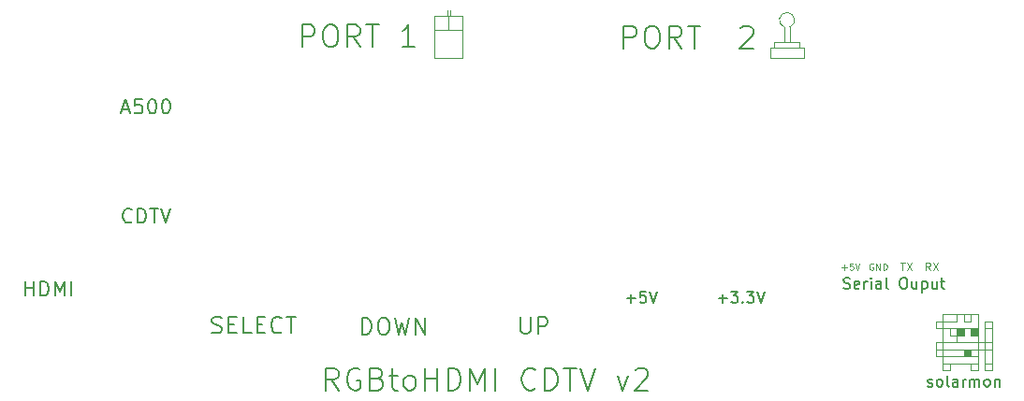
<source format=gbr>
%TF.GenerationSoftware,KiCad,Pcbnew,(5.1.12)-1*%
%TF.CreationDate,2022-03-08T20:54:57+00:00*%
%TF.ProjectId,RGBtoHDMI CDTV v2 - Face Plate,52474274-6f48-4444-9d49-204344545620,1*%
%TF.SameCoordinates,Original*%
%TF.FileFunction,Legend,Top*%
%TF.FilePolarity,Positive*%
%FSLAX46Y46*%
G04 Gerber Fmt 4.6, Leading zero omitted, Abs format (unit mm)*
G04 Created by KiCad (PCBNEW (5.1.12)-1) date 2022-03-08 20:54:57*
%MOMM*%
%LPD*%
G01*
G04 APERTURE LIST*
%ADD10C,0.200000*%
%ADD11C,0.120000*%
%ADD12C,0.100000*%
%ADD13C,0.150000*%
G04 APERTURE END LIST*
D10*
X86923833Y-72530466D02*
X87542880Y-72530466D01*
X86800023Y-72901895D02*
X87233357Y-71601895D01*
X87666690Y-72901895D01*
X88719071Y-71601895D02*
X88100023Y-71601895D01*
X88038119Y-72220942D01*
X88100023Y-72159038D01*
X88223833Y-72097133D01*
X88533357Y-72097133D01*
X88657166Y-72159038D01*
X88719071Y-72220942D01*
X88780976Y-72344752D01*
X88780976Y-72654276D01*
X88719071Y-72778085D01*
X88657166Y-72839990D01*
X88533357Y-72901895D01*
X88223833Y-72901895D01*
X88100023Y-72839990D01*
X88038119Y-72778085D01*
X89585738Y-71601895D02*
X89709547Y-71601895D01*
X89833357Y-71663800D01*
X89895261Y-71725704D01*
X89957166Y-71849514D01*
X90019071Y-72097133D01*
X90019071Y-72406657D01*
X89957166Y-72654276D01*
X89895261Y-72778085D01*
X89833357Y-72839990D01*
X89709547Y-72901895D01*
X89585738Y-72901895D01*
X89461928Y-72839990D01*
X89400023Y-72778085D01*
X89338119Y-72654276D01*
X89276214Y-72406657D01*
X89276214Y-72097133D01*
X89338119Y-71849514D01*
X89400023Y-71725704D01*
X89461928Y-71663800D01*
X89585738Y-71601895D01*
X90823833Y-71601895D02*
X90947642Y-71601895D01*
X91071452Y-71663800D01*
X91133357Y-71725704D01*
X91195261Y-71849514D01*
X91257166Y-72097133D01*
X91257166Y-72406657D01*
X91195261Y-72654276D01*
X91133357Y-72778085D01*
X91071452Y-72839990D01*
X90947642Y-72901895D01*
X90823833Y-72901895D01*
X90700023Y-72839990D01*
X90638119Y-72778085D01*
X90576214Y-72654276D01*
X90514309Y-72406657D01*
X90514309Y-72097133D01*
X90576214Y-71849514D01*
X90638119Y-71725704D01*
X90700023Y-71663800D01*
X90823833Y-71601895D01*
X87790500Y-82684085D02*
X87728595Y-82745990D01*
X87542880Y-82807895D01*
X87419071Y-82807895D01*
X87233357Y-82745990D01*
X87109547Y-82622180D01*
X87047642Y-82498371D01*
X86985738Y-82250752D01*
X86985738Y-82065038D01*
X87047642Y-81817419D01*
X87109547Y-81693609D01*
X87233357Y-81569800D01*
X87419071Y-81507895D01*
X87542880Y-81507895D01*
X87728595Y-81569800D01*
X87790500Y-81631704D01*
X88347642Y-82807895D02*
X88347642Y-81507895D01*
X88657166Y-81507895D01*
X88842880Y-81569800D01*
X88966690Y-81693609D01*
X89028595Y-81817419D01*
X89090500Y-82065038D01*
X89090500Y-82250752D01*
X89028595Y-82498371D01*
X88966690Y-82622180D01*
X88842880Y-82745990D01*
X88657166Y-82807895D01*
X88347642Y-82807895D01*
X89461928Y-81507895D02*
X90204785Y-81507895D01*
X89833357Y-82807895D02*
X89833357Y-81507895D01*
X90452404Y-81507895D02*
X90885738Y-82807895D01*
X91319071Y-81507895D01*
D11*
X116586000Y-64058800D02*
X116586000Y-63550800D01*
X116332000Y-64058800D02*
X116332000Y-63550800D01*
X146812001Y-65074800D02*
G75*
G02*
X147320000Y-65074800I253999J635000D01*
G01*
X145542000Y-66979800D02*
X145542000Y-67868800D01*
X148590000Y-66979800D02*
X148590000Y-67868800D01*
X145542000Y-67868800D02*
X148590000Y-67868800D01*
X145542000Y-66979800D02*
X148590000Y-66979800D01*
X145923000Y-66471800D02*
X145923000Y-66979800D01*
X148209000Y-66471800D02*
X148209000Y-66979800D01*
X145923000Y-66471800D02*
X148209000Y-66471800D01*
X147320000Y-65074800D02*
X147320000Y-66471800D01*
X146812000Y-65074800D02*
X146812000Y-66471800D01*
X116459000Y-65328800D02*
X116459000Y-64058800D01*
X117729000Y-65328800D02*
X115189000Y-65328800D01*
X115189000Y-67868800D02*
X115189000Y-64058800D01*
X117729000Y-67868800D02*
X115189000Y-67868800D01*
X117729000Y-64058800D02*
X117729000Y-67868800D01*
X115189000Y-64058800D02*
X117729000Y-64058800D01*
D10*
X132302976Y-66995561D02*
X132302976Y-64995561D01*
X133064880Y-64995561D01*
X133255357Y-65090800D01*
X133350595Y-65186038D01*
X133445833Y-65376514D01*
X133445833Y-65662228D01*
X133350595Y-65852704D01*
X133255357Y-65947942D01*
X133064880Y-66043180D01*
X132302976Y-66043180D01*
X134683928Y-64995561D02*
X135064880Y-64995561D01*
X135255357Y-65090800D01*
X135445833Y-65281276D01*
X135541071Y-65662228D01*
X135541071Y-66328895D01*
X135445833Y-66709847D01*
X135255357Y-66900323D01*
X135064880Y-66995561D01*
X134683928Y-66995561D01*
X134493452Y-66900323D01*
X134302976Y-66709847D01*
X134207738Y-66328895D01*
X134207738Y-65662228D01*
X134302976Y-65281276D01*
X134493452Y-65090800D01*
X134683928Y-64995561D01*
X137541071Y-66995561D02*
X136874404Y-66043180D01*
X136398214Y-66995561D02*
X136398214Y-64995561D01*
X137160119Y-64995561D01*
X137350595Y-65090800D01*
X137445833Y-65186038D01*
X137541071Y-65376514D01*
X137541071Y-65662228D01*
X137445833Y-65852704D01*
X137350595Y-65947942D01*
X137160119Y-66043180D01*
X136398214Y-66043180D01*
X138112500Y-64995561D02*
X139255357Y-64995561D01*
X138683928Y-66995561D02*
X138683928Y-64995561D01*
X142874404Y-65186038D02*
X142969642Y-65090800D01*
X143160119Y-64995561D01*
X143636309Y-64995561D01*
X143826785Y-65090800D01*
X143922023Y-65186038D01*
X144017261Y-65376514D01*
X144017261Y-65566990D01*
X143922023Y-65852704D01*
X142779166Y-66995561D01*
X144017261Y-66995561D01*
X103219880Y-66868561D02*
X103219880Y-64868561D01*
X103981785Y-64868561D01*
X104172261Y-64963800D01*
X104267500Y-65059038D01*
X104362738Y-65249514D01*
X104362738Y-65535228D01*
X104267500Y-65725704D01*
X104172261Y-65820942D01*
X103981785Y-65916180D01*
X103219880Y-65916180D01*
X105600833Y-64868561D02*
X105981785Y-64868561D01*
X106172261Y-64963800D01*
X106362738Y-65154276D01*
X106457976Y-65535228D01*
X106457976Y-66201895D01*
X106362738Y-66582847D01*
X106172261Y-66773323D01*
X105981785Y-66868561D01*
X105600833Y-66868561D01*
X105410357Y-66773323D01*
X105219880Y-66582847D01*
X105124642Y-66201895D01*
X105124642Y-65535228D01*
X105219880Y-65154276D01*
X105410357Y-64963800D01*
X105600833Y-64868561D01*
X108457976Y-66868561D02*
X107791309Y-65916180D01*
X107315119Y-66868561D02*
X107315119Y-64868561D01*
X108077023Y-64868561D01*
X108267500Y-64963800D01*
X108362738Y-65059038D01*
X108457976Y-65249514D01*
X108457976Y-65535228D01*
X108362738Y-65725704D01*
X108267500Y-65820942D01*
X108077023Y-65916180D01*
X107315119Y-65916180D01*
X109029404Y-64868561D02*
X110172261Y-64868561D01*
X109600833Y-66868561D02*
X109600833Y-64868561D01*
X113410357Y-66868561D02*
X112267500Y-66868561D01*
X112838928Y-66868561D02*
X112838928Y-64868561D01*
X112648452Y-65154276D01*
X112457976Y-65344752D01*
X112267500Y-65439990D01*
D12*
X152009571Y-86834657D02*
X152466714Y-86834657D01*
X152238142Y-87063228D02*
X152238142Y-86606085D01*
X153038142Y-86463228D02*
X152752428Y-86463228D01*
X152723857Y-86748942D01*
X152752428Y-86720371D01*
X152809571Y-86691800D01*
X152952428Y-86691800D01*
X153009571Y-86720371D01*
X153038142Y-86748942D01*
X153066714Y-86806085D01*
X153066714Y-86948942D01*
X153038142Y-87006085D01*
X153009571Y-87034657D01*
X152952428Y-87063228D01*
X152809571Y-87063228D01*
X152752428Y-87034657D01*
X152723857Y-87006085D01*
X153238142Y-86463228D02*
X153438142Y-87063228D01*
X153638142Y-86463228D01*
X154863857Y-86491800D02*
X154806714Y-86463228D01*
X154721000Y-86463228D01*
X154635285Y-86491800D01*
X154578142Y-86548942D01*
X154549571Y-86606085D01*
X154521000Y-86720371D01*
X154521000Y-86806085D01*
X154549571Y-86920371D01*
X154578142Y-86977514D01*
X154635285Y-87034657D01*
X154721000Y-87063228D01*
X154778142Y-87063228D01*
X154863857Y-87034657D01*
X154892428Y-87006085D01*
X154892428Y-86806085D01*
X154778142Y-86806085D01*
X155149571Y-87063228D02*
X155149571Y-86463228D01*
X155492428Y-87063228D01*
X155492428Y-86463228D01*
X155778142Y-87063228D02*
X155778142Y-86463228D01*
X155921000Y-86463228D01*
X156006714Y-86491800D01*
X156063857Y-86548942D01*
X156092428Y-86606085D01*
X156121000Y-86720371D01*
X156121000Y-86806085D01*
X156092428Y-86920371D01*
X156063857Y-86977514D01*
X156006714Y-87034657D01*
X155921000Y-87063228D01*
X155778142Y-87063228D01*
X157327666Y-86408466D02*
X157727666Y-86408466D01*
X157527666Y-87108466D02*
X157527666Y-86408466D01*
X157894333Y-86408466D02*
X158361000Y-87108466D01*
X158361000Y-86408466D02*
X157894333Y-87108466D01*
X160030333Y-87108466D02*
X159797000Y-86775133D01*
X159630333Y-87108466D02*
X159630333Y-86408466D01*
X159897000Y-86408466D01*
X159963666Y-86441800D01*
X159997000Y-86475133D01*
X160030333Y-86541800D01*
X160030333Y-86641800D01*
X159997000Y-86708466D01*
X159963666Y-86741800D01*
X159897000Y-86775133D01*
X159630333Y-86775133D01*
X160263666Y-86408466D02*
X160730333Y-87108466D01*
X160730333Y-86408466D02*
X160263666Y-87108466D01*
D13*
X152194190Y-88720561D02*
X152337047Y-88768180D01*
X152575142Y-88768180D01*
X152670380Y-88720561D01*
X152718000Y-88672942D01*
X152765619Y-88577704D01*
X152765619Y-88482466D01*
X152718000Y-88387228D01*
X152670380Y-88339609D01*
X152575142Y-88291990D01*
X152384666Y-88244371D01*
X152289428Y-88196752D01*
X152241809Y-88149133D01*
X152194190Y-88053895D01*
X152194190Y-87958657D01*
X152241809Y-87863419D01*
X152289428Y-87815800D01*
X152384666Y-87768180D01*
X152622761Y-87768180D01*
X152765619Y-87815800D01*
X153575142Y-88720561D02*
X153479904Y-88768180D01*
X153289428Y-88768180D01*
X153194190Y-88720561D01*
X153146571Y-88625323D01*
X153146571Y-88244371D01*
X153194190Y-88149133D01*
X153289428Y-88101514D01*
X153479904Y-88101514D01*
X153575142Y-88149133D01*
X153622761Y-88244371D01*
X153622761Y-88339609D01*
X153146571Y-88434847D01*
X154051333Y-88768180D02*
X154051333Y-88101514D01*
X154051333Y-88291990D02*
X154098952Y-88196752D01*
X154146571Y-88149133D01*
X154241809Y-88101514D01*
X154337047Y-88101514D01*
X154670380Y-88768180D02*
X154670380Y-88101514D01*
X154670380Y-87768180D02*
X154622761Y-87815800D01*
X154670380Y-87863419D01*
X154718000Y-87815800D01*
X154670380Y-87768180D01*
X154670380Y-87863419D01*
X155575142Y-88768180D02*
X155575142Y-88244371D01*
X155527523Y-88149133D01*
X155432285Y-88101514D01*
X155241809Y-88101514D01*
X155146571Y-88149133D01*
X155575142Y-88720561D02*
X155479904Y-88768180D01*
X155241809Y-88768180D01*
X155146571Y-88720561D01*
X155098952Y-88625323D01*
X155098952Y-88530085D01*
X155146571Y-88434847D01*
X155241809Y-88387228D01*
X155479904Y-88387228D01*
X155575142Y-88339609D01*
X156194190Y-88768180D02*
X156098952Y-88720561D01*
X156051333Y-88625323D01*
X156051333Y-87768180D01*
X157527523Y-87768180D02*
X157718000Y-87768180D01*
X157813238Y-87815800D01*
X157908476Y-87911038D01*
X157956095Y-88101514D01*
X157956095Y-88434847D01*
X157908476Y-88625323D01*
X157813238Y-88720561D01*
X157718000Y-88768180D01*
X157527523Y-88768180D01*
X157432285Y-88720561D01*
X157337047Y-88625323D01*
X157289428Y-88434847D01*
X157289428Y-88101514D01*
X157337047Y-87911038D01*
X157432285Y-87815800D01*
X157527523Y-87768180D01*
X158813238Y-88101514D02*
X158813238Y-88768180D01*
X158384666Y-88101514D02*
X158384666Y-88625323D01*
X158432285Y-88720561D01*
X158527523Y-88768180D01*
X158670380Y-88768180D01*
X158765619Y-88720561D01*
X158813238Y-88672942D01*
X159289428Y-88101514D02*
X159289428Y-89101514D01*
X159289428Y-88149133D02*
X159384666Y-88101514D01*
X159575142Y-88101514D01*
X159670380Y-88149133D01*
X159718000Y-88196752D01*
X159765619Y-88291990D01*
X159765619Y-88577704D01*
X159718000Y-88672942D01*
X159670380Y-88720561D01*
X159575142Y-88768180D01*
X159384666Y-88768180D01*
X159289428Y-88720561D01*
X160622761Y-88101514D02*
X160622761Y-88768180D01*
X160194190Y-88101514D02*
X160194190Y-88625323D01*
X160241809Y-88720561D01*
X160337047Y-88768180D01*
X160479904Y-88768180D01*
X160575142Y-88720561D01*
X160622761Y-88672942D01*
X160956095Y-88101514D02*
X161337047Y-88101514D01*
X161098952Y-87768180D02*
X161098952Y-88625323D01*
X161146571Y-88720561D01*
X161241809Y-88768180D01*
X161337047Y-88768180D01*
D10*
X140875000Y-89657228D02*
X141636904Y-89657228D01*
X141255952Y-90038180D02*
X141255952Y-89276276D01*
X142017857Y-89038180D02*
X142636904Y-89038180D01*
X142303571Y-89419133D01*
X142446428Y-89419133D01*
X142541666Y-89466752D01*
X142589285Y-89514371D01*
X142636904Y-89609609D01*
X142636904Y-89847704D01*
X142589285Y-89942942D01*
X142541666Y-89990561D01*
X142446428Y-90038180D01*
X142160714Y-90038180D01*
X142065476Y-89990561D01*
X142017857Y-89942942D01*
X143065476Y-89942942D02*
X143113095Y-89990561D01*
X143065476Y-90038180D01*
X143017857Y-89990561D01*
X143065476Y-89942942D01*
X143065476Y-90038180D01*
X143446428Y-89038180D02*
X144065476Y-89038180D01*
X143732142Y-89419133D01*
X143875000Y-89419133D01*
X143970238Y-89466752D01*
X144017857Y-89514371D01*
X144065476Y-89609609D01*
X144065476Y-89847704D01*
X144017857Y-89942942D01*
X143970238Y-89990561D01*
X143875000Y-90038180D01*
X143589285Y-90038180D01*
X143494047Y-89990561D01*
X143446428Y-89942942D01*
X144351190Y-89038180D02*
X144684523Y-90038180D01*
X145017857Y-89038180D01*
X132572285Y-89657228D02*
X133334190Y-89657228D01*
X132953238Y-90038180D02*
X132953238Y-89276276D01*
X134286571Y-89038180D02*
X133810380Y-89038180D01*
X133762761Y-89514371D01*
X133810380Y-89466752D01*
X133905619Y-89419133D01*
X134143714Y-89419133D01*
X134238952Y-89466752D01*
X134286571Y-89514371D01*
X134334190Y-89609609D01*
X134334190Y-89847704D01*
X134286571Y-89942942D01*
X134238952Y-89990561D01*
X134143714Y-90038180D01*
X133905619Y-90038180D01*
X133810380Y-89990561D01*
X133762761Y-89942942D01*
X134619904Y-89038180D02*
X134953238Y-90038180D01*
X135286571Y-89038180D01*
X106507047Y-97983561D02*
X105840380Y-97031180D01*
X105364190Y-97983561D02*
X105364190Y-95983561D01*
X106126095Y-95983561D01*
X106316571Y-96078800D01*
X106411809Y-96174038D01*
X106507047Y-96364514D01*
X106507047Y-96650228D01*
X106411809Y-96840704D01*
X106316571Y-96935942D01*
X106126095Y-97031180D01*
X105364190Y-97031180D01*
X108411809Y-96078800D02*
X108221333Y-95983561D01*
X107935619Y-95983561D01*
X107649904Y-96078800D01*
X107459428Y-96269276D01*
X107364190Y-96459752D01*
X107268952Y-96840704D01*
X107268952Y-97126419D01*
X107364190Y-97507371D01*
X107459428Y-97697847D01*
X107649904Y-97888323D01*
X107935619Y-97983561D01*
X108126095Y-97983561D01*
X108411809Y-97888323D01*
X108507047Y-97793085D01*
X108507047Y-97126419D01*
X108126095Y-97126419D01*
X110030857Y-96935942D02*
X110316571Y-97031180D01*
X110411809Y-97126419D01*
X110507047Y-97316895D01*
X110507047Y-97602609D01*
X110411809Y-97793085D01*
X110316571Y-97888323D01*
X110126095Y-97983561D01*
X109364190Y-97983561D01*
X109364190Y-95983561D01*
X110030857Y-95983561D01*
X110221333Y-96078800D01*
X110316571Y-96174038D01*
X110411809Y-96364514D01*
X110411809Y-96554990D01*
X110316571Y-96745466D01*
X110221333Y-96840704D01*
X110030857Y-96935942D01*
X109364190Y-96935942D01*
X111078476Y-96650228D02*
X111840380Y-96650228D01*
X111364190Y-95983561D02*
X111364190Y-97697847D01*
X111459428Y-97888323D01*
X111649904Y-97983561D01*
X111840380Y-97983561D01*
X112792761Y-97983561D02*
X112602285Y-97888323D01*
X112507047Y-97793085D01*
X112411809Y-97602609D01*
X112411809Y-97031180D01*
X112507047Y-96840704D01*
X112602285Y-96745466D01*
X112792761Y-96650228D01*
X113078476Y-96650228D01*
X113268952Y-96745466D01*
X113364190Y-96840704D01*
X113459428Y-97031180D01*
X113459428Y-97602609D01*
X113364190Y-97793085D01*
X113268952Y-97888323D01*
X113078476Y-97983561D01*
X112792761Y-97983561D01*
X114316571Y-97983561D02*
X114316571Y-95983561D01*
X114316571Y-96935942D02*
X115459428Y-96935942D01*
X115459428Y-97983561D02*
X115459428Y-95983561D01*
X116411809Y-97983561D02*
X116411809Y-95983561D01*
X116888000Y-95983561D01*
X117173714Y-96078800D01*
X117364190Y-96269276D01*
X117459428Y-96459752D01*
X117554666Y-96840704D01*
X117554666Y-97126419D01*
X117459428Y-97507371D01*
X117364190Y-97697847D01*
X117173714Y-97888323D01*
X116888000Y-97983561D01*
X116411809Y-97983561D01*
X118411809Y-97983561D02*
X118411809Y-95983561D01*
X119078476Y-97412133D01*
X119745142Y-95983561D01*
X119745142Y-97983561D01*
X120697523Y-97983561D02*
X120697523Y-95983561D01*
X124316571Y-97793085D02*
X124221333Y-97888323D01*
X123935619Y-97983561D01*
X123745142Y-97983561D01*
X123459428Y-97888323D01*
X123268952Y-97697847D01*
X123173714Y-97507371D01*
X123078476Y-97126419D01*
X123078476Y-96840704D01*
X123173714Y-96459752D01*
X123268952Y-96269276D01*
X123459428Y-96078800D01*
X123745142Y-95983561D01*
X123935619Y-95983561D01*
X124221333Y-96078800D01*
X124316571Y-96174038D01*
X125173714Y-97983561D02*
X125173714Y-95983561D01*
X125649904Y-95983561D01*
X125935619Y-96078800D01*
X126126095Y-96269276D01*
X126221333Y-96459752D01*
X126316571Y-96840704D01*
X126316571Y-97126419D01*
X126221333Y-97507371D01*
X126126095Y-97697847D01*
X125935619Y-97888323D01*
X125649904Y-97983561D01*
X125173714Y-97983561D01*
X126888000Y-95983561D02*
X128030857Y-95983561D01*
X127459428Y-97983561D02*
X127459428Y-95983561D01*
X128411809Y-95983561D02*
X129078476Y-97983561D01*
X129745142Y-95983561D01*
X131745142Y-96650228D02*
X132221333Y-97983561D01*
X132697523Y-96650228D01*
X133364190Y-96174038D02*
X133459428Y-96078800D01*
X133649904Y-95983561D01*
X134126095Y-95983561D01*
X134316571Y-96078800D01*
X134411809Y-96174038D01*
X134507047Y-96364514D01*
X134507047Y-96554990D01*
X134411809Y-96840704D01*
X133268952Y-97983561D01*
X134507047Y-97983561D01*
X78190190Y-89411895D02*
X78190190Y-88111895D01*
X78190190Y-88730942D02*
X78933047Y-88730942D01*
X78933047Y-89411895D02*
X78933047Y-88111895D01*
X79552095Y-89411895D02*
X79552095Y-88111895D01*
X79861619Y-88111895D01*
X80047333Y-88173800D01*
X80171142Y-88297609D01*
X80233047Y-88421419D01*
X80294952Y-88669038D01*
X80294952Y-88854752D01*
X80233047Y-89102371D01*
X80171142Y-89226180D01*
X80047333Y-89349990D01*
X79861619Y-89411895D01*
X79552095Y-89411895D01*
X80852095Y-89411895D02*
X80852095Y-88111895D01*
X81285428Y-89040466D01*
X81718761Y-88111895D01*
X81718761Y-89411895D01*
X82337809Y-89411895D02*
X82337809Y-88111895D01*
D12*
%TO.C,solarmon*%
X160528000Y-91744800D02*
X162433000Y-91744800D01*
X161163000Y-91109800D02*
X161163000Y-96189800D01*
X164338000Y-92379800D02*
X160528000Y-92379800D01*
X160528000Y-92379800D02*
X160528000Y-91744800D01*
X161163000Y-91109800D02*
X164338000Y-91109800D01*
X162433000Y-91109800D02*
X162433000Y-91744800D01*
X163068000Y-91109800D02*
X163068000Y-91744800D01*
X163068000Y-91744800D02*
X163703000Y-91744800D01*
X163703000Y-91109800D02*
X163703000Y-91744800D01*
X164338000Y-91109800D02*
X164338000Y-96189800D01*
X161798000Y-92379800D02*
X161798000Y-93014800D01*
X161798000Y-93014800D02*
X163068000Y-93014800D01*
X162433000Y-92379800D02*
X162433000Y-93649800D01*
X163068000Y-92379800D02*
X163068000Y-93014800D01*
X163703000Y-92379800D02*
X163703000Y-93014800D01*
X160528000Y-93649800D02*
X165608000Y-93649800D01*
X160528000Y-94919800D02*
X160528000Y-93649800D01*
X160528000Y-94284800D02*
X165608000Y-94284800D01*
X160528000Y-94919800D02*
X164338000Y-94919800D01*
X161163000Y-95554800D02*
X164338000Y-95554800D01*
X161798000Y-95554800D02*
X161798000Y-96189800D01*
X163703000Y-95554800D02*
X163703000Y-96189800D01*
X161163000Y-96189800D02*
X161798000Y-96189800D01*
X163703000Y-96189800D02*
X164338000Y-96189800D01*
X164973000Y-96189800D02*
X165608000Y-96189800D01*
X164973000Y-91744800D02*
X164973000Y-96189800D01*
X165608000Y-91744800D02*
X165608000Y-96189800D01*
X164973000Y-91744800D02*
X165608000Y-91744800D01*
X164973000Y-92379800D02*
X165608000Y-92379800D01*
X164973000Y-95554800D02*
X165608000Y-95554800D01*
X163068000Y-94284800D02*
X163068000Y-94919800D01*
X163703000Y-94284800D02*
X163703000Y-94919800D01*
G36*
X163068000Y-93014800D02*
G01*
X162433000Y-93014800D01*
X162433000Y-92379800D01*
X163068000Y-92379800D01*
X163068000Y-93014800D01*
G37*
X163068000Y-93014800D02*
X162433000Y-93014800D01*
X162433000Y-92379800D01*
X163068000Y-92379800D01*
X163068000Y-93014800D01*
G36*
X164338000Y-93014800D02*
G01*
X163703000Y-93014800D01*
X163703000Y-92379800D01*
X164338000Y-92379800D01*
X164338000Y-93014800D01*
G37*
X164338000Y-93014800D02*
X163703000Y-93014800D01*
X163703000Y-92379800D01*
X164338000Y-92379800D01*
X164338000Y-93014800D01*
G36*
X163703000Y-94919800D02*
G01*
X163068000Y-94919800D01*
X163068000Y-94284800D01*
X163703000Y-94284800D01*
X163703000Y-94919800D01*
G37*
X163703000Y-94919800D02*
X163068000Y-94919800D01*
X163068000Y-94284800D01*
X163703000Y-94284800D01*
X163703000Y-94919800D01*
X163703000Y-93014800D02*
X164338000Y-93014800D01*
D13*
X159806095Y-97597861D02*
X159901333Y-97645480D01*
X160091809Y-97645480D01*
X160187047Y-97597861D01*
X160234666Y-97502623D01*
X160234666Y-97455004D01*
X160187047Y-97359766D01*
X160091809Y-97312147D01*
X159948952Y-97312147D01*
X159853714Y-97264528D01*
X159806095Y-97169290D01*
X159806095Y-97121671D01*
X159853714Y-97026433D01*
X159948952Y-96978814D01*
X160091809Y-96978814D01*
X160187047Y-97026433D01*
X160806095Y-97645480D02*
X160710857Y-97597861D01*
X160663238Y-97550242D01*
X160615619Y-97455004D01*
X160615619Y-97169290D01*
X160663238Y-97074052D01*
X160710857Y-97026433D01*
X160806095Y-96978814D01*
X160948952Y-96978814D01*
X161044190Y-97026433D01*
X161091809Y-97074052D01*
X161139428Y-97169290D01*
X161139428Y-97455004D01*
X161091809Y-97550242D01*
X161044190Y-97597861D01*
X160948952Y-97645480D01*
X160806095Y-97645480D01*
X161710857Y-97645480D02*
X161615619Y-97597861D01*
X161568000Y-97502623D01*
X161568000Y-96645480D01*
X162520380Y-97645480D02*
X162520380Y-97121671D01*
X162472761Y-97026433D01*
X162377523Y-96978814D01*
X162187047Y-96978814D01*
X162091809Y-97026433D01*
X162520380Y-97597861D02*
X162425142Y-97645480D01*
X162187047Y-97645480D01*
X162091809Y-97597861D01*
X162044190Y-97502623D01*
X162044190Y-97407385D01*
X162091809Y-97312147D01*
X162187047Y-97264528D01*
X162425142Y-97264528D01*
X162520380Y-97216909D01*
X162996571Y-97645480D02*
X162996571Y-96978814D01*
X162996571Y-97169290D02*
X163044190Y-97074052D01*
X163091809Y-97026433D01*
X163187047Y-96978814D01*
X163282285Y-96978814D01*
X163615619Y-97645480D02*
X163615619Y-96978814D01*
X163615619Y-97074052D02*
X163663238Y-97026433D01*
X163758476Y-96978814D01*
X163901333Y-96978814D01*
X163996571Y-97026433D01*
X164044190Y-97121671D01*
X164044190Y-97645480D01*
X164044190Y-97121671D02*
X164091809Y-97026433D01*
X164187047Y-96978814D01*
X164329904Y-96978814D01*
X164425142Y-97026433D01*
X164472761Y-97121671D01*
X164472761Y-97645480D01*
X165091809Y-97645480D02*
X164996571Y-97597861D01*
X164948952Y-97550242D01*
X164901333Y-97455004D01*
X164901333Y-97169290D01*
X164948952Y-97074052D01*
X164996571Y-97026433D01*
X165091809Y-96978814D01*
X165234666Y-96978814D01*
X165329904Y-97026433D01*
X165377523Y-97074052D01*
X165425142Y-97169290D01*
X165425142Y-97455004D01*
X165377523Y-97550242D01*
X165329904Y-97597861D01*
X165234666Y-97645480D01*
X165091809Y-97645480D01*
X165853714Y-96978814D02*
X165853714Y-97645480D01*
X165853714Y-97074052D02*
X165901333Y-97026433D01*
X165996571Y-96978814D01*
X166139428Y-96978814D01*
X166234666Y-97026433D01*
X166282285Y-97121671D01*
X166282285Y-97645480D01*
%TO.C,UP*%
D10*
X122995428Y-91355171D02*
X122995428Y-92569457D01*
X123066857Y-92712314D01*
X123138285Y-92783742D01*
X123281142Y-92855171D01*
X123566857Y-92855171D01*
X123709714Y-92783742D01*
X123781142Y-92712314D01*
X123852571Y-92569457D01*
X123852571Y-91355171D01*
X124566857Y-92855171D02*
X124566857Y-91355171D01*
X125138285Y-91355171D01*
X125281142Y-91426600D01*
X125352571Y-91498028D01*
X125424000Y-91640885D01*
X125424000Y-91855171D01*
X125352571Y-91998028D01*
X125281142Y-92069457D01*
X125138285Y-92140885D01*
X124566857Y-92140885D01*
%TO.C,DOWN*%
X108652571Y-92918671D02*
X108652571Y-91418671D01*
X109009714Y-91418671D01*
X109224000Y-91490100D01*
X109366857Y-91632957D01*
X109438285Y-91775814D01*
X109509714Y-92061528D01*
X109509714Y-92275814D01*
X109438285Y-92561528D01*
X109366857Y-92704385D01*
X109224000Y-92847242D01*
X109009714Y-92918671D01*
X108652571Y-92918671D01*
X110438285Y-91418671D02*
X110724000Y-91418671D01*
X110866857Y-91490100D01*
X111009714Y-91632957D01*
X111081142Y-91918671D01*
X111081142Y-92418671D01*
X111009714Y-92704385D01*
X110866857Y-92847242D01*
X110724000Y-92918671D01*
X110438285Y-92918671D01*
X110295428Y-92847242D01*
X110152571Y-92704385D01*
X110081142Y-92418671D01*
X110081142Y-91918671D01*
X110152571Y-91632957D01*
X110295428Y-91490100D01*
X110438285Y-91418671D01*
X111581142Y-91418671D02*
X111938285Y-92918671D01*
X112224000Y-91847242D01*
X112509714Y-92918671D01*
X112866857Y-91418671D01*
X113438285Y-92918671D02*
X113438285Y-91418671D01*
X114295428Y-92918671D01*
X114295428Y-91418671D01*
%TO.C,SELECT*%
X95059714Y-92732942D02*
X95274000Y-92804371D01*
X95631142Y-92804371D01*
X95774000Y-92732942D01*
X95845428Y-92661514D01*
X95916857Y-92518657D01*
X95916857Y-92375800D01*
X95845428Y-92232942D01*
X95774000Y-92161514D01*
X95631142Y-92090085D01*
X95345428Y-92018657D01*
X95202571Y-91947228D01*
X95131142Y-91875800D01*
X95059714Y-91732942D01*
X95059714Y-91590085D01*
X95131142Y-91447228D01*
X95202571Y-91375800D01*
X95345428Y-91304371D01*
X95702571Y-91304371D01*
X95916857Y-91375800D01*
X96559714Y-92018657D02*
X97059714Y-92018657D01*
X97274000Y-92804371D02*
X96559714Y-92804371D01*
X96559714Y-91304371D01*
X97274000Y-91304371D01*
X98631142Y-92804371D02*
X97916857Y-92804371D01*
X97916857Y-91304371D01*
X99131142Y-92018657D02*
X99631142Y-92018657D01*
X99845428Y-92804371D02*
X99131142Y-92804371D01*
X99131142Y-91304371D01*
X99845428Y-91304371D01*
X101345428Y-92661514D02*
X101274000Y-92732942D01*
X101059714Y-92804371D01*
X100916857Y-92804371D01*
X100702571Y-92732942D01*
X100559714Y-92590085D01*
X100488285Y-92447228D01*
X100416857Y-92161514D01*
X100416857Y-91947228D01*
X100488285Y-91661514D01*
X100559714Y-91518657D01*
X100702571Y-91375800D01*
X100916857Y-91304371D01*
X101059714Y-91304371D01*
X101274000Y-91375800D01*
X101345428Y-91447228D01*
X101774000Y-91304371D02*
X102631142Y-91304371D01*
X102202571Y-92804371D02*
X102202571Y-91304371D01*
%TD*%
M02*

</source>
